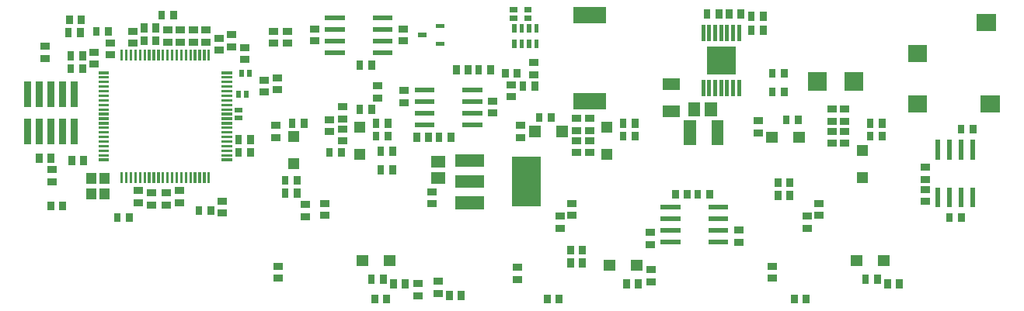
<source format=gbr>
G04 start of page 13 for group -4015 idx -4015 *
G04 Title: fet12v2logic, toppaste *
G04 Creator: pcb 20140316 *
G04 CreationDate: Wed 13 Jun 2018 07:44:19 AM GMT UTC *
G04 For: brian *
G04 Format: Gerber/RS-274X *
G04 PCB-Dimensions (mil): 6000.00 5000.00 *
G04 PCB-Coordinate-Origin: lower left *
%MOIN*%
%FSLAX25Y25*%
%LNTOPPASTE*%
%ADD215R,0.0217X0.0217*%
%ADD214R,0.0177X0.0177*%
%ADD213R,0.0480X0.0480*%
%ADD212R,0.0110X0.0110*%
%ADD211R,0.0290X0.0290*%
%ADD210R,0.0433X0.0433*%
%ADD209R,0.0189X0.0189*%
%ADD208R,0.1181X0.1181*%
%ADD207R,0.0165X0.0165*%
%ADD206R,0.0709X0.0709*%
%ADD205R,0.0700X0.0700*%
%ADD204R,0.0512X0.0512*%
%ADD203R,0.1220X0.1220*%
%ADD202R,0.0560X0.0560*%
%ADD201C,0.0001*%
%ADD200R,0.0295X0.0295*%
%ADD199R,0.0200X0.0200*%
G54D199*X529000Y131000D02*Y124500D01*
X524000Y131000D02*Y124500D01*
X519000Y131000D02*Y124500D01*
X514000Y131000D02*Y124500D01*
Y110500D02*Y104000D01*
X519000Y110500D02*Y104000D01*
X524000Y110500D02*Y104000D01*
X529000Y110500D02*Y104000D01*
X416500Y88000D02*X423000D01*
X416500Y93000D02*X423000D01*
X416500Y98000D02*X423000D01*
X416500Y103000D02*X423000D01*
X396000D02*X402500D01*
X396000Y98000D02*X402500D01*
X396000Y93000D02*X402500D01*
X396000Y88000D02*X402500D01*
X290500Y153500D02*X297000D01*
X290500Y148500D02*X297000D01*
X290500Y143500D02*X297000D01*
X290500Y138500D02*X297000D01*
X311000D02*X317500D01*
X311000Y143500D02*X317500D01*
X311000Y148500D02*X317500D01*
X311000Y153500D02*X317500D01*
G54D200*X457559Y63992D02*Y63008D01*
X452441Y63992D02*Y63008D01*
X442508Y77559D02*X443492D01*
X442508Y72441D02*X443492D01*
X482941Y72492D02*Y71508D01*
X488059Y72492D02*Y71508D01*
X492441Y70492D02*Y69508D01*
X497559Y70492D02*Y69508D01*
X436508Y134941D02*X437492D01*
X436508Y140059D02*X437492D01*
X454059Y140992D02*Y140008D01*
X448941Y140992D02*Y140008D01*
X484941Y139492D02*Y138508D01*
X490059Y139492D02*Y138508D01*
X484941Y133992D02*Y133008D01*
X490059Y133992D02*Y133008D01*
X457508Y93941D02*X458492D01*
X457508Y99059D02*X458492D01*
X462508Y99441D02*X463492D01*
X462508Y104559D02*X463492D01*
X351559Y63992D02*Y63008D01*
X346441Y63992D02*Y63008D01*
X333008Y77059D02*X333992D01*
X333008Y71941D02*X333992D01*
X380441Y70492D02*Y69508D01*
X385559Y70492D02*Y69508D01*
X390508Y76059D02*X391492D01*
X390508Y70941D02*X391492D01*
X334508Y132941D02*X335492D01*
X334508Y138059D02*X335492D01*
X348059Y141992D02*Y141008D01*
X342941Y141992D02*Y141008D01*
X378941Y139492D02*Y138508D01*
X384059Y139492D02*Y138508D01*
X378941Y133992D02*Y133008D01*
X384059Y133992D02*Y133008D01*
X351508Y93941D02*X352492D01*
X351508Y99059D02*X352492D01*
X356508Y99441D02*X357492D01*
X356508Y104559D02*X357492D01*
X230508Y77559D02*X231492D01*
X230508Y72441D02*X231492D01*
X270941Y72492D02*Y71508D01*
X276059Y72492D02*Y71508D01*
X280441Y70492D02*Y69508D01*
X285559Y70492D02*Y69508D01*
X229508Y132941D02*X230492D01*
X229508Y138059D02*X230492D01*
X242059Y139492D02*Y138508D01*
X236941Y139492D02*Y138508D01*
X272941Y139492D02*Y138508D01*
X278059Y139492D02*Y138508D01*
X272941Y133992D02*Y133008D01*
X278059Y133992D02*Y133008D01*
X242008Y98941D02*X242992D01*
X242008Y104059D02*X242992D01*
X250508Y99441D02*X251492D01*
X250508Y104559D02*X251492D01*
X508008Y114941D02*X508992D01*
X508008Y120059D02*X508992D01*
X523941Y136992D02*Y136008D01*
X529059Y136992D02*Y136008D01*
X518941Y98992D02*Y98008D01*
X524059Y98992D02*Y98008D01*
X410941Y108992D02*Y108008D01*
X416059Y108992D02*Y108008D01*
X428008Y93059D02*X428992D01*
X428008Y87941D02*X428992D01*
X390008Y92059D02*X390992D01*
X390008Y86941D02*X390992D01*
X284508Y147941D02*X285492D01*
X284508Y153059D02*X285492D01*
X322508Y143441D02*X323492D01*
X322508Y148559D02*X323492D01*
X199508Y173941D02*X200492D01*
X199508Y179059D02*X200492D01*
X186059Y185992D02*Y185008D01*
X180941Y185992D02*Y185008D01*
X173441Y180492D02*Y179508D01*
X178559Y180492D02*Y179508D01*
X173441Y174992D02*Y174008D01*
X178559Y174992D02*Y174008D01*
X194008Y173941D02*X194992D01*
X194008Y179059D02*X194992D01*
G54D201*G36*
X473900Y160950D02*Y153050D01*
X481800D01*
Y160950D01*
X473900D01*
G37*
G36*
X458200D02*Y153050D01*
X466100D01*
Y160950D01*
X458200D01*
G37*
G54D202*X309700Y123000D02*X316300D01*
X309700Y114000D02*X316300D01*
X309700Y104900D02*X316300D01*
G54D203*X337400Y118500D02*Y109500D01*
G54D204*X299107Y115457D02*X299893D01*
X299107Y122543D02*X299893D01*
G54D205*X361000Y185500D02*X368000D01*
X361000Y148500D02*X368000D01*
G54D200*X290508Y64941D02*X291492D01*
X290508Y70059D02*X291492D01*
X299008Y65941D02*X299992D01*
X299008Y71059D02*X299992D01*
X309559Y65492D02*Y64508D01*
X304441Y65492D02*Y64508D01*
G54D206*X534173Y182354D02*X535354D01*
X535748Y147315D02*X536929D01*
X504646Y168968D02*X505827D01*
X504646Y147315D02*X505827D01*
G54D200*X182508Y109059D02*X183492D01*
X182508Y103941D02*X183492D01*
X205008Y170441D02*X205992D01*
X205008Y175559D02*X205992D01*
G54D204*X398319Y144095D02*X400681D01*
X398319Y155905D02*X400681D01*
G54D200*X424441Y186492D02*Y185508D01*
X429559Y186492D02*Y185508D01*
X420059Y186492D02*Y185508D01*
X414941Y186492D02*Y185508D01*
G54D204*X419405Y137755D02*Y132245D01*
X407595Y137755D02*Y132245D01*
G54D207*X413323Y156984D02*Y151630D01*
X415882Y156984D02*Y151630D01*
X418441Y156984D02*Y151630D01*
X421000Y156984D02*Y151630D01*
X423559Y156984D02*Y151630D01*
X426118Y156984D02*Y151630D01*
X428677Y156984D02*Y151630D01*
Y180370D02*Y175016D01*
X426118Y180370D02*Y175016D01*
X423559Y180370D02*Y175016D01*
X421000Y180370D02*Y175016D01*
X418441Y180370D02*Y175016D01*
X415882Y180370D02*Y175016D01*
X413323Y180370D02*Y175016D01*
G54D208*X420803Y166000D02*X421197D01*
G54D204*X416543Y145393D02*Y144607D01*
X409457Y145393D02*Y144607D01*
G54D200*X439059Y179492D02*Y178508D01*
X433941Y179492D02*Y178508D01*
Y185492D02*Y184508D01*
X439059Y185492D02*Y184508D01*
X296508Y104441D02*X297492D01*
X296508Y109559D02*X297492D01*
X473508Y135559D02*X474492D01*
X473508Y130441D02*X474492D01*
X468008D02*X468992D01*
X468008Y135559D02*X468992D01*
X473508Y139941D02*X474492D01*
X473508Y145059D02*X474492D01*
X468008Y139941D02*X468992D01*
X468008Y145059D02*X468992D01*
G54D199*X252000Y184500D02*X258500D01*
X252000Y179500D02*X258500D01*
X252000Y174500D02*X258500D01*
X252000Y169500D02*X258500D01*
X272500D02*X279000D01*
X272500Y174500D02*X279000D01*
X272500Y179500D02*X279000D01*
X272500Y184500D02*X279000D01*
G54D209*X299394Y180819D02*X301244D01*
X299394Y173181D02*X301244D01*
X291756Y177000D02*X293606D01*
G54D200*X316941Y162492D02*Y161508D01*
X322059Y162492D02*Y161508D01*
X312559Y162492D02*Y161508D01*
X307441Y162492D02*Y161508D01*
X246008Y174441D02*X246992D01*
X246008Y179559D02*X246992D01*
X271059Y164492D02*Y163508D01*
X265941Y164492D02*Y163508D01*
X284008Y179559D02*X284992D01*
X284008Y174441D02*X284992D01*
X130508Y172059D02*X131492D01*
X130508Y166941D02*X131492D01*
X206508Y100441D02*X207492D01*
X206508Y105559D02*X207492D01*
X196941Y101992D02*Y101008D01*
X202059Y101992D02*Y101008D01*
X328441Y160992D02*Y160008D01*
X333559Y160992D02*Y160008D01*
X330508Y155559D02*X331492D01*
X330508Y150441D02*X331492D01*
X271059Y145492D02*Y144508D01*
X265941Y145492D02*Y144508D01*
X273008Y149941D02*X273992D01*
X273008Y155059D02*X273992D01*
X234508Y173441D02*X235492D01*
X234508Y178559D02*X235492D01*
X228508D02*X229492D01*
X228508Y173441D02*X229492D01*
X188008Y110059D02*X188992D01*
X188008Y104941D02*X188992D01*
X158508Y168441D02*X159492D01*
X158508Y173559D02*X159492D01*
X142441Y123492D02*Y122508D01*
X147559Y123492D02*Y122508D01*
G54D210*X156256Y115543D02*Y115150D01*
X150744Y115543D02*Y115150D01*
Y108850D02*Y108457D01*
X156256Y108850D02*Y108457D01*
G54D200*X258008Y140941D02*X258992D01*
X258008Y146059D02*X258992D01*
X258008Y136559D02*X258992D01*
X258008Y131441D02*X258992D01*
X252508Y135441D02*X253492D01*
X252508Y140559D02*X253492D01*
X219059Y132492D02*Y131508D01*
X213941Y132492D02*Y131508D01*
X219059Y126992D02*Y126008D01*
X213941Y126992D02*Y126008D01*
X176008Y103941D02*X176992D01*
X176008Y109059D02*X176992D01*
X170508Y104941D02*X171492D01*
X170508Y110059D02*X171492D01*
X230008Y158559D02*X230992D01*
X230008Y153441D02*X230992D01*
X224508Y157559D02*X225492D01*
X224508Y152441D02*X225492D01*
X216008Y166441D02*X216992D01*
X216008Y171559D02*X216992D01*
X210508Y171941D02*X211492D01*
X210508Y177059D02*X211492D01*
X183008Y179059D02*X183992D01*
X183008Y173941D02*X183992D01*
X188508D02*X189492D01*
X188508Y179059D02*X189492D01*
X168008Y178559D02*X168992D01*
X168008Y173441D02*X168992D01*
X341059Y155492D02*Y154508D01*
X335941Y155492D02*Y154508D01*
X340008Y159941D02*X340992D01*
X340008Y165059D02*X340992D01*
X151508Y164441D02*X152492D01*
X151508Y169559D02*X152492D01*
X141941Y168492D02*Y167508D01*
X147059Y168492D02*Y167508D01*
X141941Y162992D02*Y162008D01*
X147059Y162992D02*Y162008D01*
G54D211*X123500Y139550D02*Y131450D01*
X128500Y139550D02*Y131450D01*
X133500Y139550D02*Y131450D01*
X138500Y139550D02*Y131450D01*
X143500Y139550D02*Y131450D01*
X123500Y155550D02*Y147450D01*
X128500Y155550D02*Y147450D01*
X133500Y155550D02*Y147450D01*
X138500Y155550D02*Y147450D01*
X143500Y155550D02*Y147450D01*
G54D200*X133508Y119059D02*X134492D01*
X133508Y113941D02*X134492D01*
X133559Y124492D02*Y123508D01*
X128441Y124492D02*Y123508D01*
X258059Y126992D02*Y126008D01*
X252941Y126992D02*Y126008D01*
G54D212*X201200Y170071D02*Y166673D01*
X199232Y170071D02*Y166673D01*
X197263Y170071D02*Y166673D01*
X195295Y170071D02*Y166673D01*
X193326Y170071D02*Y166673D01*
X191358Y170071D02*Y166673D01*
X189389Y170071D02*Y166673D01*
X187421Y170071D02*Y166673D01*
X185452Y170071D02*Y166673D01*
X183484Y170071D02*Y166673D01*
X181515Y170071D02*Y166673D01*
X179547Y170071D02*Y166673D01*
X177578Y170071D02*Y166673D01*
X175610Y170071D02*Y166673D01*
X173641Y170071D02*Y166673D01*
X171673Y170071D02*Y166673D01*
X169704Y170071D02*Y166673D01*
X167736Y170071D02*Y166673D01*
X165767Y170071D02*Y166673D01*
X163799Y170071D02*Y166673D01*
X154429Y160700D02*X157827D01*
X154429Y158732D02*X157827D01*
X154429Y156763D02*X157827D01*
X154429Y154795D02*X157827D01*
X154429Y152826D02*X157827D01*
X154429Y150858D02*X157827D01*
X154429Y148889D02*X157827D01*
X154429Y146921D02*X157827D01*
X154429Y144952D02*X157827D01*
X154429Y142984D02*X157827D01*
X154429Y141015D02*X157827D01*
X154429Y139047D02*X157827D01*
X154429Y137078D02*X157827D01*
X154429Y135110D02*X157827D01*
X154429Y133141D02*X157827D01*
X154429Y131173D02*X157827D01*
X154429Y129204D02*X157827D01*
X154429Y127236D02*X157827D01*
X154429Y125267D02*X157827D01*
X154429Y123299D02*X157827D01*
X163800Y117327D02*Y113929D01*
X165768Y117327D02*Y113929D01*
X167737Y117327D02*Y113929D01*
X169705Y117327D02*Y113929D01*
X171674Y117327D02*Y113929D01*
X173642Y117327D02*Y113929D01*
X175611Y117327D02*Y113929D01*
X177579Y117327D02*Y113929D01*
X179548Y117327D02*Y113929D01*
X181516Y117327D02*Y113929D01*
X183485Y117327D02*Y113929D01*
X185453Y117327D02*Y113929D01*
X187422Y117327D02*Y113929D01*
X189390Y117327D02*Y113929D01*
X191359Y117327D02*Y113929D01*
X193327Y117327D02*Y113929D01*
X195296Y117327D02*Y113929D01*
X197264Y117327D02*Y113929D01*
X199233Y117327D02*Y113929D01*
X201201Y117327D02*Y113929D01*
X207173Y123300D02*X210571D01*
X207173Y125268D02*X210571D01*
X207173Y127237D02*X210571D01*
X207173Y129205D02*X210571D01*
X207173Y131174D02*X210571D01*
X207173Y133142D02*X210571D01*
X207173Y135111D02*X210571D01*
X207173Y137079D02*X210571D01*
X207173Y139048D02*X210571D01*
X207173Y141016D02*X210571D01*
X207173Y142985D02*X210571D01*
X207173Y144953D02*X210571D01*
X207173Y146922D02*X210571D01*
X207173Y148890D02*X210571D01*
X207173Y150859D02*X210571D01*
X207173Y152827D02*X210571D01*
X207173Y154796D02*X210571D01*
X207173Y156764D02*X210571D01*
X207173Y158733D02*X210571D01*
X207173Y160701D02*X210571D01*
G54D200*X158059Y178992D02*Y178008D01*
X152941Y178992D02*Y178008D01*
X133441Y103992D02*Y103008D01*
X138559Y103992D02*Y103008D01*
G54D199*X218700Y161100D02*Y159900D01*
X215300Y161100D02*Y159900D01*
X213800Y152100D02*Y150900D01*
X217200Y152100D02*Y150900D01*
X213400Y144700D02*X214600D01*
X213400Y141300D02*X214600D01*
G54D200*X161941Y98992D02*Y98008D01*
X167059Y98992D02*Y98008D01*
X141441Y183992D02*Y183008D01*
X146559Y183992D02*Y183008D01*
X140941Y178492D02*Y177508D01*
X146059Y178492D02*Y177508D01*
X450559Y108492D02*Y107508D01*
X445441Y108492D02*Y107508D01*
X450559Y113992D02*Y113008D01*
X445441Y113992D02*Y113008D01*
X361559Y79492D02*Y78508D01*
X356441Y79492D02*Y78508D01*
X361559Y84992D02*Y84008D01*
X356441Y84992D02*Y84008D01*
X239059Y109492D02*Y108508D01*
X233941Y109492D02*Y108508D01*
X239059Y114992D02*Y114008D01*
X233941Y114992D02*Y114008D01*
X442941Y160992D02*Y160008D01*
X448059Y160992D02*Y160008D01*
X442941Y152992D02*Y152008D01*
X448059Y152992D02*Y152008D01*
X274941Y127492D02*Y126508D01*
X280059Y127492D02*Y126508D01*
X274941Y119492D02*Y118508D01*
X280059Y119492D02*Y118508D01*
G54D213*X266000Y137366D02*Y137248D01*
Y125752D02*Y125634D01*
X278748Y80000D02*X278866D01*
X267134D02*X267252D01*
X237500Y121752D02*Y121634D01*
Y133366D02*Y133248D01*
X384748Y78000D02*X384866D01*
X373134D02*X373252D01*
X372000Y137366D02*Y137248D01*
Y125752D02*Y125634D01*
X341134Y135500D02*X341252D01*
X352748D02*X352866D01*
X490748Y80000D02*X490866D01*
X479134D02*X479252D01*
X481500Y127366D02*Y127248D01*
Y115752D02*Y115634D01*
X442634Y133000D02*X442752D01*
X454248D02*X454366D01*
G54D200*X358508Y135941D02*X359492D01*
X358508Y141059D02*X359492D01*
X364008Y135941D02*X364992D01*
X364008Y141059D02*X364992D01*
X364008Y131559D02*X364992D01*
X364008Y126441D02*X364992D01*
X277559Y63992D02*Y63008D01*
X272441Y63992D02*Y63008D01*
X358508Y126441D02*X359492D01*
X358508Y131559D02*X359492D01*
X508008Y110559D02*X508992D01*
X508008Y105441D02*X508992D01*
X406559Y108992D02*Y108008D01*
X401441Y108992D02*Y108008D01*
X295559Y133492D02*Y132508D01*
X290441Y133492D02*Y132508D01*
X299941Y133492D02*Y132508D01*
X305059Y133492D02*Y132508D01*
G54D214*X341724Y174039D02*Y172268D01*
Y180732D02*Y178961D01*
X338575Y174039D02*Y172268D01*
Y180732D02*Y178961D01*
X335425Y174039D02*Y172268D01*
Y180732D02*Y178961D01*
X332276Y174039D02*Y172268D01*
Y180732D02*Y178961D01*
G54D215*X337657Y187772D02*X338642D01*
X337657Y184228D02*X338642D01*
X331358D02*X332343D01*
X331358Y187772D02*X332343D01*
M02*

</source>
